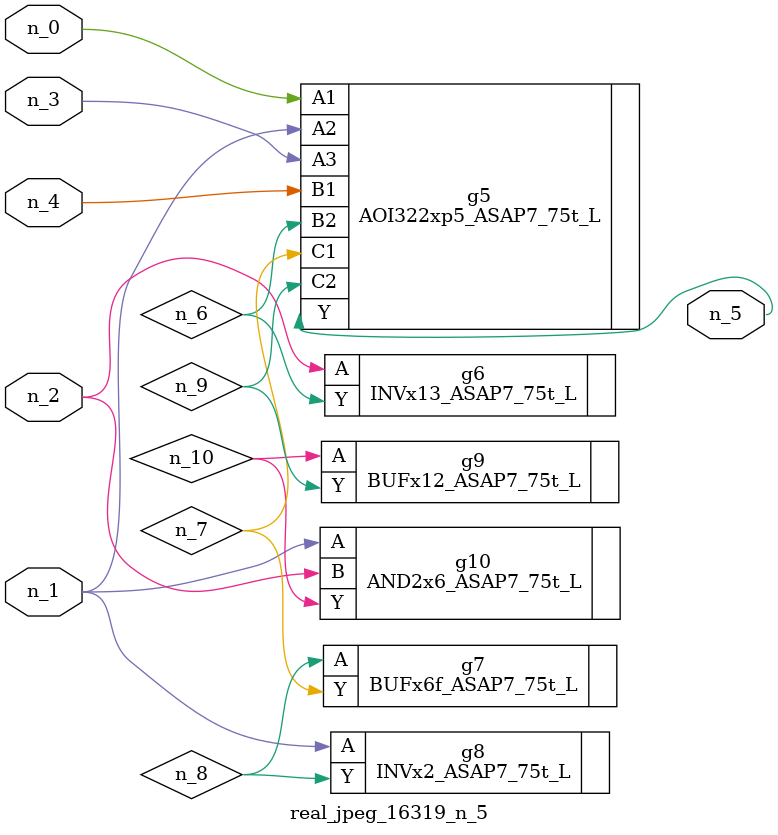
<source format=v>
module real_jpeg_16319_n_5 (n_4, n_0, n_1, n_2, n_3, n_5);

input n_4;
input n_0;
input n_1;
input n_2;
input n_3;

output n_5;

wire n_8;
wire n_6;
wire n_7;
wire n_10;
wire n_9;

AOI322xp5_ASAP7_75t_L g5 ( 
.A1(n_0),
.A2(n_1),
.A3(n_3),
.B1(n_4),
.B2(n_6),
.C1(n_7),
.C2(n_9),
.Y(n_5)
);

INVx2_ASAP7_75t_L g8 ( 
.A(n_1),
.Y(n_8)
);

AND2x6_ASAP7_75t_L g10 ( 
.A(n_1),
.B(n_2),
.Y(n_10)
);

INVx13_ASAP7_75t_L g6 ( 
.A(n_2),
.Y(n_6)
);

BUFx6f_ASAP7_75t_L g7 ( 
.A(n_8),
.Y(n_7)
);

BUFx12_ASAP7_75t_L g9 ( 
.A(n_10),
.Y(n_9)
);


endmodule
</source>
